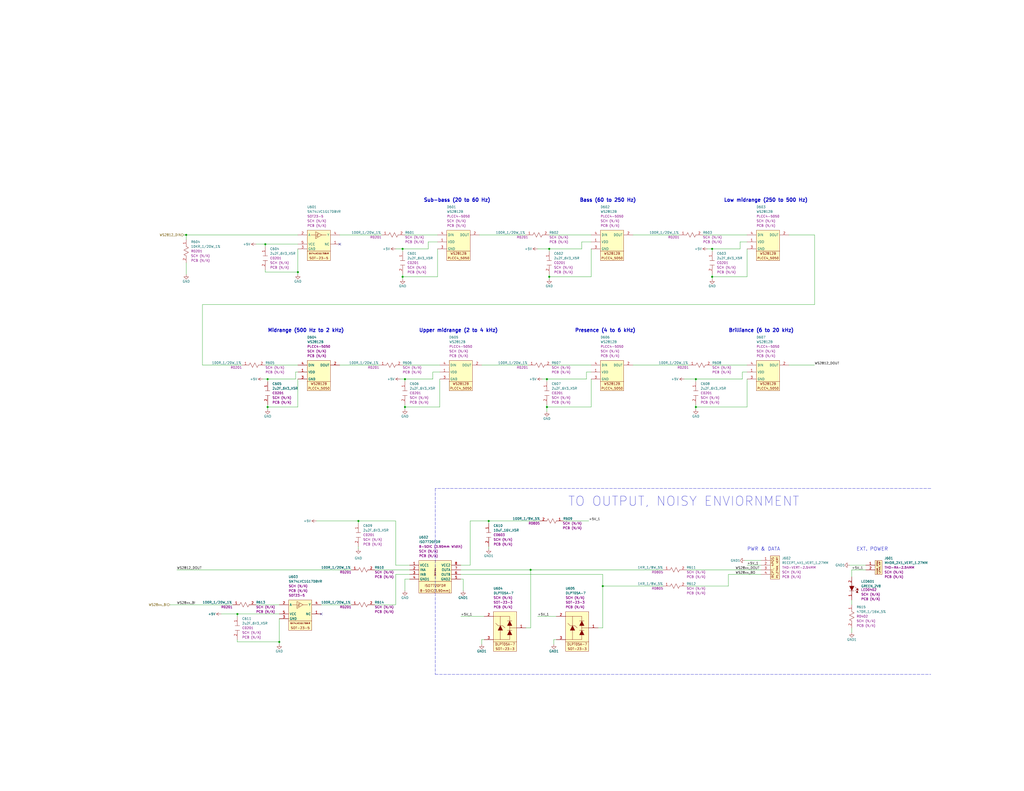
<source format=kicad_sch>
(kicad_sch (version 20230121) (generator eeschema)
  (paper "C")
  (title_block (title "Blender") (date "2023/09/18") (rev "v1.0") (company "Mend0z0") (comment 1 "v1.0") (comment 2 "RELEASED") (comment 3 "Siavash Taher Parvar") (comment 4 "_BOM_Blender_v1.0.html") (comment 5 "_HW_Blender.kicad_pcb") (comment 6 "_GBR_Blender_v1.0") (comment 7 "_ASM_Blender_v1.0") (comment 8 "N/A") (comment 9 "Initial version"))
  (junction (at 220.98 207.01))
  (junction (at 220.98 222.25))
  (junction (at 379.73 222.25))
  (junction (at 144.78 133.35))
  (junction (at 129.54 335.28))
  (junction (at 162.56 148.59))
  (junction (at 298.45 222.25))
  (junction (at 219.71 151.13))
  (junction (at 289.56 311.15))
  (junction (at 101.6 128.27))
  (junction (at 328.93 320.04))
  (junction (at 219.71 135.89))
  (junction (at 379.73 207.01))
  (junction (at 388.62 135.89))
  (junction (at 388.62 151.13))
  (junction (at 152.4 350.52))
  (junction (at 299.72 151.13))
  (junction (at 146.05 222.25))
  (junction (at 299.72 135.89))
  (junction (at 266.7 284.48))
  (junction (at 298.45 207.01))
  (junction (at 195.58 284.48))
  (junction (at 146.05 207.01))
  (no_connect (at 175.26 335.28))
  (no_connect (at 185.42 133.35))
  (wire (pts (xy 262.89 349.25) (xy 264.16 349.25)))
  (wire (pts (xy 463.55 308.61) (xy 472.44 308.61)))
  (wire (pts (xy 293.37 135.89) (xy 299.72 135.89)))
  (wire (pts (xy 302.26 351.79) (xy 302.26 349.25)))
  (wire (pts (xy 129.54 335.28) (xy 152.4 335.28)))
  (wire (pts (xy 373.38 207.01) (xy 379.73 207.01)))
  (wire (pts (xy 403.86 132.08) (xy 407.67 132.08)))
  (wire (pts (xy 162.56 207.01) (xy 162.56 222.25)))
  (wire (pts (xy 266.7 284.48) (xy 256.54 284.48)))
  (wire (pts (xy 172.72 284.48) (xy 195.58 284.48)))
  (wire (pts (xy 161.29 203.2) (xy 162.56 203.2)))
  (wire (pts (xy 388.62 137.16) (xy 388.62 135.89)))
  (wire (pts (xy 240.03 222.25) (xy 220.98 222.25)))
  (wire (pts (xy 374.65 311.15) (xy 415.29 311.15)))
  (wire (pts (xy 144.78 148.59) (xy 162.56 148.59)))
  (wire (pts (xy 320.04 203.2) (xy 322.58 203.2)))
  (wire (pts (xy 256.54 284.48) (xy 256.54 308.61)))
  (wire (pts (xy 219.71 135.89) (xy 233.68 135.89)))
  (wire (pts (xy 317.5 132.08) (xy 317.5 135.89)))
  (wire (pts (xy 220.98 222.25) (xy 220.98 220.98)))
  (wire (pts (xy 240.03 207.01) (xy 240.03 222.25)))
  (wire (pts (xy 326.39 342.9) (xy 328.93 342.9)))
  (wire (pts (xy 161.29 203.2) (xy 161.29 207.01)))
  (wire (pts (xy 383.54 128.27) (xy 407.67 128.27)))
  (wire (pts (xy 295.91 207.01) (xy 298.45 207.01)))
  (wire (pts (xy 204.47 311.15) (xy 223.52 311.15)))
  (wire (pts (xy 144.78 148.59) (xy 144.78 147.32)))
  (wire (pts (xy 110.49 166.37) (xy 110.49 199.39)))
  (wire (pts (xy 405.13 207.01) (xy 379.73 207.01)))
  (wire (pts (xy 298.45 208.28) (xy 298.45 207.01)))
  (wire (pts (xy 322.58 135.89) (xy 322.58 151.13)))
  (wire (pts (xy 289.56 342.9) (xy 289.56 311.15)))
  (wire (pts (xy 464.82 311.15) (xy 472.44 311.15)))
  (wire (pts (xy 92.71 330.2) (xy 127 330.2)))
  (wire (pts (xy 215.9 330.2) (xy 215.9 313.69)))
  (wire (pts (xy 219.71 151.13) (xy 219.71 152.4)))
  (wire (pts (xy 406.4 306.07) (xy 415.29 306.07)))
  (wire (pts (xy 386.08 135.89) (xy 388.62 135.89)))
  (wire (pts (xy 289.56 311.15) (xy 361.95 311.15)))
  (wire (pts (xy 219.71 151.13) (xy 219.71 149.86)))
  (wire (pts (xy 233.68 135.89) (xy 233.68 132.08)))
  (wire (pts (xy 397.51 320.04) (xy 374.65 320.04)))
  (wire (pts (xy 129.54 350.52) (xy 129.54 349.25)))
  (wire (pts (xy 464.82 311.15) (xy 464.82 314.96)))
  (wire (pts (xy 139.7 133.35) (xy 144.78 133.35)))
  (wire (pts (xy 96.52 311.15) (xy 191.77 311.15)))
  (wire (pts (xy 129.54 335.28) (xy 129.54 336.55)))
  (wire (pts (xy 407.67 207.01) (xy 407.67 222.25)))
  (wire (pts (xy 219.71 135.89) (xy 219.71 137.16)))
  (wire (pts (xy 251.46 336.55) (xy 264.16 336.55)))
  (wire (pts (xy 101.6 128.27) (xy 162.56 128.27)))
  (wire (pts (xy 407.67 308.61) (xy 415.29 308.61)))
  (wire (pts (xy 236.22 207.01) (xy 220.98 207.01)))
  (wire (pts (xy 299.72 128.27) (xy 322.58 128.27)))
  (wire (pts (xy 302.26 349.25) (xy 303.53 349.25)))
  (wire (pts (xy 146.05 208.28) (xy 146.05 207.01)))
  (wire (pts (xy 236.22 203.2) (xy 240.03 203.2)))
  (wire (pts (xy 238.76 151.13) (xy 219.71 151.13)))
  (wire (pts (xy 379.73 222.25) (xy 379.73 220.98)))
  (wire (pts (xy 101.6 128.27) (xy 101.6 130.81)))
  (wire (pts (xy 298.45 207.01) (xy 320.04 207.01)))
  (wire (pts (xy 185.42 199.39) (xy 207.01 199.39)))
  (wire (pts (xy 262.89 351.79) (xy 262.89 349.25)))
  (wire (pts (xy 288.29 199.39) (xy 262.89 199.39)))
  (wire (pts (xy 101.6 149.86) (xy 101.6 143.51)))
  (wire (pts (xy 300.99 199.39) (xy 322.58 199.39)))
  (wire (pts (xy 144.78 199.39) (xy 162.56 199.39)))
  (wire (pts (xy 407.67 222.25) (xy 379.73 222.25)))
  (wire (pts (xy 444.5 166.37) (xy 110.49 166.37)))
  (wire (pts (xy 161.29 207.01) (xy 146.05 207.01)))
  (wire (pts (xy 220.98 222.25) (xy 220.98 223.52)))
  (wire (pts (xy 152.4 350.52) (xy 152.4 337.82)))
  (wire (pts (xy 299.72 151.13) (xy 299.72 152.4)))
  (wire (pts (xy 185.42 128.27) (xy 208.28 128.27)))
  (wire (pts (xy 252.73 322.58) (xy 252.73 316.23)))
  (wire (pts (xy 215.9 135.89) (xy 219.71 135.89)))
  (wire (pts (xy 238.76 135.89) (xy 238.76 151.13)))
  (polyline (pts (xy 237.49 266.7) (xy 237.49 368.3)) (stroke (width 0) (type dash)))
  (wire (pts (xy 220.98 128.27) (xy 238.76 128.27)))
  (wire (pts (xy 110.49 199.39) (xy 132.08 199.39)))
  (wire (pts (xy 144.78 133.35) (xy 144.78 134.62)))
  (wire (pts (xy 403.86 135.89) (xy 388.62 135.89)))
  (wire (pts (xy 299.72 151.13) (xy 299.72 149.86)))
  (wire (pts (xy 146.05 222.25) (xy 146.05 220.98)))
  (wire (pts (xy 379.73 208.28) (xy 379.73 207.01)))
  (wire (pts (xy 215.9 308.61) (xy 215.9 284.48)))
  (wire (pts (xy 388.62 151.13) (xy 388.62 149.86)))
  (wire (pts (xy 294.64 284.48) (xy 266.7 284.48)))
  (wire (pts (xy 220.98 316.23) (xy 220.98 322.58)))
  (wire (pts (xy 430.53 128.27) (xy 444.5 128.27)))
  (wire (pts (xy 321.31 284.48) (xy 307.34 284.48)))
  (wire (pts (xy 219.71 199.39) (xy 240.03 199.39)))
  (wire (pts (xy 397.51 320.04) (xy 397.51 313.69)))
  (wire (pts (xy 266.7 299.72) (xy 266.7 298.45)))
  (wire (pts (xy 162.56 222.25) (xy 146.05 222.25)))
  (wire (pts (xy 328.93 320.04) (xy 328.93 313.69)))
  (wire (pts (xy 162.56 148.59) (xy 162.56 149.86)))
  (wire (pts (xy 266.7 284.48) (xy 266.7 285.75)))
  (wire (pts (xy 405.13 203.2) (xy 405.13 207.01)))
  (wire (pts (xy 261.62 128.27) (xy 287.02 128.27)))
  (wire (pts (xy 345.44 199.39) (xy 375.92 199.39)))
  (wire (pts (xy 299.72 137.16) (xy 299.72 135.89)))
  (wire (pts (xy 218.44 207.01) (xy 220.98 207.01)))
  (wire (pts (xy 403.86 132.08) (xy 403.86 135.89)))
  (wire (pts (xy 195.58 284.48) (xy 215.9 284.48)))
  (wire (pts (xy 195.58 284.48) (xy 195.58 285.75)))
  (wire (pts (xy 162.56 148.59) (xy 162.56 135.89)))
  (wire (pts (xy 407.67 151.13) (xy 388.62 151.13)))
  (wire (pts (xy 322.58 151.13) (xy 299.72 151.13)))
  (wire (pts (xy 397.51 313.69) (xy 415.29 313.69)))
  (wire (pts (xy 298.45 220.98) (xy 298.45 222.25)))
  (polyline (pts (xy 508 266.7) (xy 237.49 266.7)) (stroke (width 0) (type dash)))
  (wire (pts (xy 388.62 199.39) (xy 407.67 199.39)))
  (polyline (pts (xy 237.49 368.3) (xy 508 368.3)) (stroke (width 0) (type dash)))
  (wire (pts (xy 444.5 199.39) (xy 430.53 199.39)))
  (wire (pts (xy 100.33 128.27) (xy 101.6 128.27)))
  (wire (pts (xy 251.46 311.15) (xy 289.56 311.15)))
  (wire (pts (xy 322.58 207.01) (xy 322.58 222.25)))
  (wire (pts (xy 204.47 330.2) (xy 215.9 330.2)))
  (wire (pts (xy 220.98 208.28) (xy 220.98 207.01)))
  (wire (pts (xy 379.73 222.25) (xy 379.73 223.52)))
  (wire (pts (xy 298.45 222.25) (xy 298.45 224.79)))
  (wire (pts (xy 195.58 299.72) (xy 195.58 298.45)))
  (wire (pts (xy 464.82 342.9) (xy 464.82 345.44)))
  (wire (pts (xy 236.22 203.2) (xy 236.22 207.01)))
  (wire (pts (xy 317.5 132.08) (xy 322.58 132.08)))
  (wire (pts (xy 129.54 350.52) (xy 152.4 350.52)))
  (wire (pts (xy 139.7 330.2) (xy 152.4 330.2)))
  (wire (pts (xy 328.93 320.04) (xy 361.95 320.04)))
  (wire (pts (xy 405.13 203.2) (xy 407.67 203.2)))
  (wire (pts (xy 120.65 335.28) (xy 129.54 335.28)))
  (wire (pts (xy 328.93 342.9) (xy 328.93 320.04)))
  (wire (pts (xy 320.04 203.2) (xy 320.04 207.01)))
  (wire (pts (xy 215.9 313.69) (xy 223.52 313.69)))
  (wire (pts (xy 152.4 350.52) (xy 152.4 351.79)))
  (wire (pts (xy 143.51 207.01) (xy 146.05 207.01)))
  (wire (pts (xy 464.82 327.66) (xy 464.82 330.2)))
  (wire (pts (xy 223.52 308.61) (xy 215.9 308.61)))
  (wire (pts (xy 444.5 128.27) (xy 444.5 166.37)))
  (wire (pts (xy 345.44 128.27) (xy 370.84 128.27)))
  (wire (pts (xy 287.02 342.9) (xy 289.56 342.9)))
  (wire (pts (xy 220.98 316.23) (xy 223.52 316.23)))
  (wire (pts (xy 252.73 316.23) (xy 251.46 316.23)))
  (wire (pts (xy 407.67 135.89) (xy 407.67 151.13)))
  (wire (pts (xy 388.62 151.13) (xy 388.62 152.4)))
  (wire (pts (xy 146.05 222.25) (xy 146.05 223.52)))
  (wire (pts (xy 144.78 133.35) (xy 162.56 133.35)))
  (wire (pts (xy 293.37 336.55) (xy 303.53 336.55)))
  (wire (pts (xy 256.54 308.61) (xy 251.46 308.61)))
  (wire (pts (xy 298.45 222.25) (xy 322.58 222.25)))
  (wire (pts (xy 233.68 132.08) (xy 238.76 132.08)))
  (wire (pts (xy 251.46 313.69) (xy 328.93 313.69)))
  (wire (pts (xy 317.5 135.89) (xy 299.72 135.89)))
  (wire (pts (xy 175.26 330.2) (xy 191.77 330.2)))
  (text "PWR & DATA" (at 407.67 300.99 0) (effects (font (size 1.905 1.905)) (justify left bottom)))
  (text "Low midrange (250 to 500 Hz)" (at 394.97 110.49 0) (effects (font (size 1.905 1.905) (thickness 0.381) bold) (justify left bottom)))
  (text "Bass (60 to 250 Hz)" (at 316.23 110.49 0) (effects (font (size 1.905 1.905) (thickness 0.381) bold) (justify left bottom)))
  (text "Brilliance (6 to 20 kHz)" (at 397.51 181.61 0) (effects (font (size 1.905 1.905) (thickness 0.381) bold) (justify left bottom)))
  (text "TO OUTPUT, NOISY ENVIORNMENT" (at 309.88 276.86 0) (effects (font (size 5.08 5.08)) (justify left bottom)))
  (text "Presence (4 to 6 kHz)" (at 313.69 181.61 0) (effects (font (size 1.905 1.905) (thickness 0.381) bold) (justify left bottom)))
  (text "EXT. POWER" (at 467.36 300.99 0) (effects (font (size 1.905 1.905)) (justify left bottom)))
  (text "Sub-bass (20 to 60 Hz)" (at 231.14 110.49 0) (effects (font (size 1.905 1.905) (thickness 0.381) bold) (justify left bottom)))
  (text "Midrange (500 Hz to 2 kHz)" (at 146.05 181.61 0) (effects (font (size 1.905 1.905) (thickness 0.381) bold) (justify left bottom)))
  (text "Upper midrange (2 to 4 kHz)" (at 228.6 181.61 0) (effects (font (size 1.905 1.905) (thickness 0.381) bold) (justify left bottom)))
  (label "WS2812_DOUT" (at 444.5 199.39 0))
  (label "+5V_1" (at 251.46 336.55 0))
  (label "WS28xx_BI" (at 96.52 330.2 0))
  (label "WS2812_DOUT" (at 96.52 311.15 0))
  (label "+5V_1" (at 293.37 336.55 0))
  (label "WS28xx_DOUT" (at 401.32 311.15 0))
  (label "+5V_1" (at 464.82 311.15 0))
  (label "WS28xx_BO" (at 401.32 313.69 0))
  (label "+5V_1" (at 407.67 308.61 0))
  (label "+5V_1" (at 321.31 284.48 0))
  (hierarchical_label "WS28xx_BI" (shape input) (at 92.71 330.2 180))
  (hierarchical_label "WS2812_DIN" (shape input) (at 100.33 128.27 180))
  (symbol (lib_id "_SCHLIB_Blender:RES_100R_1/20W_1%_R0201") (at 191.77 330.2 0) (unit 1)
    (property "Reference" "R614" (at 207.01 328.93 0))
    (property "Value" "100R_1/20W_1%" (at 175.26 328.93 0) (effects (justify left)))
    (property "Footprint" "Resistor_SMD:R_0201_0603Metric" (effects hide))
    (property "Datasheet" "https://www.seielect.com/Catalog/SEI-RMCF_RMCP.pdf" (effects hide))
    (property "Description" "100 Ohms ±1% 0.05W, 1/20W Chip Resistor 0201 (0603 Metric) Thick Film" (effects hide))
    (property "Link" "https://www.digikey.ca/en/products/detail/stackpole-electronics-inc/RMCF0201FT100R/1714988" (effects hide))
    (property "SCH CHECK" "SCH (N/A)" (at 204.47 331.47 0) (effects (justify left)))
    (property "Package" "R0201" (at 185.42 331.47 0) (effects (justify left)))
    (property "Part Number (Manufacturer)" "RMCF0201FT100R" (effects hide))
    (property "Manufacturer" "Stackpole Electronics Inc" (effects hide))
    (property "Part Number (Vendor)" "RMCF0201FT100RTR-ND" (effects hide))
    (property "Vendor" "Digikey" (effects hide))
    (property "PCB CHECk" "PCB (N/A)" (at 204.47 334.01 0) (effects (justify left)))
  )
  (symbol (lib_id "_SCHLIB_Blender:CAP_CER_2u2F_6V3_X5R_C0201") (at 195.58 285.75 270) (unit 1)
    (property "Reference" "C609" (at 198.12 287.02 90) (effects (justify left)))
    (property "Value" "2u2F_6V3_X5R" (at 198.12 289.56 90) (effects (justify left)))
    (property "Footprint" "Capacitor_SMD:C_0201_0603Metric" (effects hide))
    (property "Datasheet" "https://ele.kyocera.com/assets/products/capacitor/CM_Series_e.pdf" (effects hide))
    (property "Description" "2.2 µF ±20% 6.3V Ceramic Capacitor X5R 0201 (0603 Metric)" (effects hide))
    (property "Link" "https://www.digikey.ca/en/products/detail/kyocera-avx/CM03X5R225M06AH/10815044" (effects hide))
    (property "SCH CHECK" "SCH (N/A)" (at 198.12 294.64 90) (effects (justify left)))
    (property "Package" "C0201" (at 198.12 292.1 90) (effects (justify left)))
    (property "Part Number (Manufacturer)" "CM03X5R225M06AH" (effects hide))
    (property "Manufacturer" "KYOCERA AVX" (effects hide))
    (property "Part Number (Vendor)" "478-KGM03CR50J225MHTR-ND" (effects hide))
    (property "Vendor" "Digikey" (effects hide))
    (property "PCB CHECk" "PCB (N/A)" (at 198.12 297.18 90) (effects (justify left)))
  )
  (symbol (lib_id "_SCHLIB_Blender:RES_100R_1/20W_1%_R0201") (at 370.84 128.27 0) (unit 1)
    (property "Reference" "R603" (at 386.08 127 0))
    (property "Value" "100R_1/20W_1%" (at 354.33 127 0) (effects (justify left)))
    (property "Footprint" "Resistor_SMD:R_0201_0603Metric" (effects hide))
    (property "Datasheet" "https://www.seielect.com/Catalog/SEI-RMCF_RMCP.pdf" (effects hide))
    (property "Description" "100 Ohms ±1% 0.05W, 1/20W Chip Resistor 0201 (0603 Metric) Thick Film" (effects hide))
    (property "Link" "https://www.digikey.ca/en/products/detail/stackpole-electronics-inc/RMCF0201FT100R/1714988" (effects hide))
    (property "SCH CHECK" "SCH (N/A)" (at 383.54 129.54 0) (effects (justify left)))
    (property "Package" "R0201" (at 364.49 129.54 0) (effects (justify left)))
    (property "Part Number (Manufacturer)" "RMCF0201FT100R" (effects hide))
    (property "Manufacturer" "Stackpole Electronics Inc" (effects hide))
    (property "Part Number (Vendor)" "RMCF0201FT100RTR-ND" (effects hide))
    (property "Vendor" "Digikey" (effects hide))
    (property "PCB CHECk" "PCB (N/A)" (at 383.54 132.08 0) (effects (justify left)))
  )
  (symbol (lib_id "_SCHLIB_Blender:IC_LED_WS2812B_RGB_5V_0.06A_PLCC4-5050") (at 327.66 196.85 0) (unit 1)
    (property "Reference" "D606" (at 330.2 184.15 0))
    (property "Value" "WS2812B" (at 327.66 186.69 0) (effects (justify left)))
    (property "Footprint" "_PCBLIB_Blender:LED_WS2812B_PLCC4_5.0x5.0mm_P3.2mm" (effects hide))
    (property "Datasheet" "http://cdn.sparkfun.com/datasheets/BreakoutBoards/WS2812B.pdf" (effects hide))
    (property "Description" "Addressable Lighting - LED Serial NRZ (Shift Register) Red, Green, Blue (RGB)" (effects hide))
    (property "Link" "https://www.digikey.ca/en/products/detail/sparkfun-electronics/COM-16347/11630204" (effects hide))
    (property "SCH CHECK" "SCH (N/A)" (at 327.66 191.77 0) (effects (justify left)))
    (property "Part Number (Manufacturer)" "COM-16347" (effects hide))
    (property "Manufacturer" "SparkFun Electronics" (effects hide))
    (property "Part Number (Vendor)" "1568-COM-16347TR-ND" (effects hide))
    (property "Vendor" "Digikey" (effects hide))
    (property "Package" "PLCC4-5050" (at 327.66 189.23 0) (effects (justify left)))
    (property "PCB CHECk" "PCB (N/A)" (at 327.66 194.31 0) (effects (justify left)))
  )
  (symbol (lib_id "power:GND") (at 298.45 224.79 0) (unit 1)
    (property "Reference" "#PWR0616" (effects hide))
    (property "Value" "GND" (at 298.45 228.6 0))
  )
  (symbol (lib_id "_SCHLIB_Blender:IC_LED_WS2812B_RGB_5V_0.06A_PLCC4-5050") (at 327.66 125.73 0) (unit 1)
    (property "Reference" "D602" (at 330.2 113.03 0))
    (property "Value" "WS2812B" (at 327.66 115.57 0) (effects (justify left)))
    (property "Footprint" "_PCBLIB_Blender:LED_WS2812B_PLCC4_5.0x5.0mm_P3.2mm" (effects hide))
    (property "Datasheet" "http://cdn.sparkfun.com/datasheets/BreakoutBoards/WS2812B.pdf" (effects hide))
    (property "Description" "Addressable Lighting - LED Serial NRZ (Shift Register) Red, Green, Blue (RGB)" (effects hide))
    (property "Link" "https://www.digikey.ca/en/products/detail/sparkfun-electronics/COM-16347/11630204" (effects hide))
    (property "SCH CHECK" "SCH (N/A)" (at 327.66 120.65 0) (effects (justify left)))
    (property "Part Number (Manufacturer)" "COM-16347" (effects hide))
    (property "Manufacturer" "SparkFun Electronics" (effects hide))
    (property "Part Number (Vendor)" "1568-COM-16347TR-ND" (effects hide))
    (property "Vendor" "Digikey" (effects hide))
    (property "Package" "PLCC4-5050" (at 327.66 118.11 0) (effects (justify left)))
    (property "PCB CHECk" "PCB (N/A)" (at 327.66 123.19 0) (effects (justify left)))
  )
  (symbol (lib_id "_SCHLIB_Blender:IC_BUFFER_SN74LVC1G17DBVR_NON-INV_5.5V_0.032_SOT-23-5") (at 157.48 327.66 0) (unit 1)
    (property "Reference" "U603" (at 160.02 314.96 0))
    (property "Value" "SN74LVC1G17DBVR" (at 157.48 317.5 0) (effects (justify left)))
    (property "Footprint" "Package_TO_SOT_SMD:SOT-23-5" (effects hide))
    (property "Datasheet" "https://www.ti.com/general/docs/suppproductinfo.tsp?distId=10&gotoUrl=https%3A%2F%2Fwww.ti.com%2Flit%2Fgpn%2Fsn74lvc1g17" (effects hide))
    (property "Description" "Buffer, Non-Inverting 1 Element 1 Bit per Element Push-Pull Output SOT-23-5" (effects hide))
    (property "Link" "https://www.digikey.ca/en/products/detail/texas-instruments/SN74LVC1G17DBVR/389051" (effects hide))
    (property "SCH CHECK" "SCH (N/A)" (at 157.48 320.04 0) (effects (justify left)))
    (property "Part Number (Manufacturer)" "SN74LVC1G17DBVR" (effects hide))
    (property "PCB CHECK" "PCB (N/A)" (at 157.48 322.58 0) (effects (justify left)))
    (property "Manufacturer" "Texas Instruments" (effects hide))
    (property "Part Number (Vendor)" "296-11933-2-ND" (effects hide))
    (property "Vendor" "Digikey" (effects hide))
    (property "Package" "SOT23-5" (at 157.48 325.12 0) (effects (justify left)))
  )
  (symbol (lib_id "_SCHLIB_Blender:RES_100R_1/20W_1%_R0201") (at 375.92 199.39 0) (unit 1)
    (property "Reference" "R608" (at 391.16 198.12 0))
    (property "Value" "100R_1/20W_1%" (at 359.41 198.12 0) (effects (justify left)))
    (property "Footprint" "Resistor_SMD:R_0201_0603Metric" (effects hide))
    (property "Datasheet" "https://www.seielect.com/Catalog/SEI-RMCF_RMCP.pdf" (effects hide))
    (property "Description" "100 Ohms ±1% 0.05W, 1/20W Chip Resistor 0201 (0603 Metric) Thick Film" (effects hide))
    (property "Link" "https://www.digikey.ca/en/products/detail/stackpole-electronics-inc/RMCF0201FT100R/1714988" (effects hide))
    (property "SCH CHECK" "SCH (N/A)" (at 388.62 200.66 0) (effects (justify left)))
    (property "Package" "R0201" (at 369.57 200.66 0) (effects (justify left)))
    (property "Part Number (Manufacturer)" "RMCF0201FT100R" (effects hide))
    (property "Manufacturer" "Stackpole Electronics Inc" (effects hide))
    (property "Part Number (Vendor)" "RMCF0201FT100RTR-ND" (effects hide))
    (property "Vendor" "Digikey" (effects hide))
    (property "PCB CHECk" "PCB (N/A)" (at 388.62 203.2 0) (effects (justify left)))
  )
  (symbol (lib_id "_SCHLIB_Blender:CAP_CER_2u2F_6V3_X5R_C0201") (at 146.05 208.28 270) (unit 1)
    (property "Reference" "C605" (at 148.59 209.55 90) (effects (justify left)))
    (property "Value" "2u2F_6V3_X5R" (at 148.59 212.09 90) (effects (justify left)))
    (property "Footprint" "Capacitor_SMD:C_0201_0603Metric" (effects hide))
    (property "Datasheet" "https://ele.kyocera.com/assets/products/capacitor/CM_Series_e.pdf" (effects hide))
    (property "Description" "2.2 µF ±20% 6.3V Ceramic Capacitor X5R 0201 (0603 Metric)" (effects hide))
    (property "Link" "https://www.digikey.ca/en/products/detail/kyocera-avx/CM03X5R225M06AH/10815044" (effects hide))
    (property "SCH CHECK" "SCH (N/A)" (at 148.59 217.17 90) (effects (justify left)))
    (property "Package" "C0201" (at 148.59 214.63 90) (effects (justify left)))
    (property "Part Number (Manufacturer)" "CM03X5R225M06AH" (effects hide))
    (property "Manufacturer" "KYOCERA AVX" (effects hide))
    (property "Part Number (Vendor)" "478-KGM03CR50J225MHTR-ND" (effects hide))
    (property "Vendor" "Digikey" (effects hide))
    (property "PCB CHECk" "PCB (N/A)" (at 148.59 219.71 90) (effects (justify left)))
  )
  (symbol (lib_id "_SCHLIB_Blender:DIODE_LED_GREEN_2.8V_0.02A_529nm_0402") (at 464.82 314.96 270) (unit 1)
    (property "Reference" "LED601" (at 469.9 317.5 90) (effects (justify left)))
    (property "Value" "GREEN_2V8" (at 469.9 320.04 90) (effects (justify left)))
    (property "Footprint" "LED_SMD:LED_0402_1005Metric" (effects hide))
    (property "Datasheet" "https://media.digikey.com/pdf/Data%20Sheets/Harvatek%20PDFs/B2841NG--05D000514U1930.pdf" (effects hide))
    (property "Description" "Green 529nm LED Indication - Discrete 2.8V 0402 (1005 Metric)" (effects hide))
    (property "Link" "https://www.digikey.ca/en/products/detail/harvatek-corporation/B2841NG-05D000514U1930/16729536" (effects hide))
    (property "SCH CHECK" "SCH (N/A)" (at 469.9 324.5485 90) (effects (justify left)))
    (property "Package" "LED0402" (at 469.9 322.0085 90) (effects (justify left)))
    (property "Part Number (Manufacturer)" "B2841NG--05D000514U1930" (effects hide))
    (property "Manufacturer" "Harvatek Corporation" (effects hide))
    (property "Part Number (Vendor)" "3147-B2841NG--05D000514U1930TR-ND" (effects hide))
    (property "Vendor" "Digikey" (effects hide))
    (property "PCB CHECk" "PCB (N/A)" (at 469.9 327.0885 90) (effects (justify left)))
  )
  (symbol (lib_id "_SCHLIB_Blender:RES_100R_1/20W_1%_R0201") (at 132.08 199.39 0) (unit 1)
    (property "Reference" "R605" (at 147.32 198.12 0))
    (property "Value" "100R_1/20W_1%" (at 115.57 198.12 0) (effects (justify left)))
    (property "Footprint" "Resistor_SMD:R_0201_0603Metric" (effects hide))
    (property "Datasheet" "https://www.seielect.com/Catalog/SEI-RMCF_RMCP.pdf" (effects hide))
    (property "Description" "100 Ohms ±1% 0.05W, 1/20W Chip Resistor 0201 (0603 Metric) Thick Film" (effects hide))
    (property "Link" "https://www.digikey.ca/en/products/detail/stackpole-electronics-inc/RMCF0201FT100R/1714988" (effects hide))
    (property "SCH CHECK" "SCH (N/A)" (at 144.78 200.66 0) (effects (justify left)))
    (property "Package" "R0201" (at 125.73 200.66 0) (effects (justify left)))
    (property "Part Number (Manufacturer)" "RMCF0201FT100R" (effects hide))
    (property "Manufacturer" "Stackpole Electronics Inc" (effects hide))
    (property "Part Number (Vendor)" "RMCF0201FT100RTR-ND" (effects hide))
    (property "Vendor" "Digikey" (effects hide))
    (property "PCB CHECk" "PCB (N/A)" (at 144.78 203.2 0) (effects (justify left)))
  )
  (symbol (lib_id "power:+5V") (at 293.37 135.89 90) (unit 1)
    (property "Reference" "#PWR0602" (effects hide))
    (property "Value" "+5V" (at 288.29 135.89 90))
  )
  (symbol (lib_id "_SCHLIB_Blender:RES_470R_1/16W_5%_R0402") (at 464.82 330.2 270) (unit 1)
    (property "Reference" "R615" (at 467.36 331.47 90) (effects (justify left)))
    (property "Value" "470R_1/16W_5%" (at 467.36 334.01 90) (effects (justify left)))
    (property "Footprint" "Resistor_SMD:R_0402_1005Metric" (effects hide))
    (property "Datasheet" "https://www.te.com/usa-en/product-1-2176338-7.datasheet.pdf" (effects hide))
    (property "Description" "470 Ohms ±5% 0.063W, 1/16W Chip Resistor 0402 (1005 Metric) Automotive AEC-Q200, Moisture Resistant Thick Film" (effects hide))
    (property "Link" "https://www.digikey.ca/en/products/detail/te-connectivity-passive-product/CRGCQ0402J470R/8576648" (effects hide))
    (property "SCH CHECK" "SCH (N/A)" (at 467.36 339.09 90) (effects (justify left)))
    (property "Package" "R0402" (at 467.36 336.55 90) (effects (justify left)))
    (property "Part Number (Manufacturer)" "CRGCQ0402J470R" (effects hide))
    (property "Manufacturer" "TE Connectivity Passive Product" (effects hide))
    (property "Part Number (Vendor)" "A130046TR-ND" (effects hide))
    (property "Vendor" "Digikey" (effects hide))
    (property "PCB CHECk" "PCB (N/A)" (at 467.36 341.63 90) (effects (justify left)))
  )
  (symbol (lib_id "_SCHLIB_Blender:RES_100R_1/20W_1%_R0201") (at 127 330.2 0) (unit 1)
    (property "Reference" "R613" (at 142.24 328.93 0))
    (property "Value" "100R_1/20W_1%" (at 110.49 328.93 0) (effects (justify left)))
    (property "Footprint" "Resistor_SMD:R_0201_0603Metric" (effects hide))
    (property "Datasheet" "https://www.seielect.com/Catalog/SEI-RMCF_RMCP.pdf" (effects hide))
    (property "Description" "100 Ohms ±1% 0.05W, 1/20W Chip Resistor 0201 (0603 Metric) Thick Film" (effects hide))
    (property "Link" "https://www.digikey.ca/en/products/detail/stackpole-electronics-inc/RMCF0201FT100R/1714988" (effects hide))
    (property "SCH CHECK" "SCH (N/A)" (at 139.7 331.47 0) (effects (justify left)))
    (property "Package" "R0201" (at 120.65 331.47 0) (effects (justify left)))
    (property "Part Number (Manufacturer)" "RMCF0201FT100R" (effects hide))
    (property "Manufacturer" "Stackpole Electronics Inc" (effects hide))
    (property "Part Number (Vendor)" "RMCF0201FT100RTR-ND" (effects hide))
    (property "Vendor" "Digikey" (effects hide))
    (property "PCB CHECk" "PCB (N/A)" (at 139.7 334.01 0) (effects (justify left)))
  )
  (symbol (lib_id "power:GND") (at 146.05 223.52 0) (unit 1)
    (property "Reference" "#PWR0614" (effects hide))
    (property "Value" "GND" (at 146.05 227.33 0))
  )
  (symbol (lib_id "_SCHLIB_Blender:CAP_CER_2u2F_6V3_X5R_C0201") (at 129.54 336.55 270) (unit 1)
    (property "Reference" "C611" (at 132.08 337.82 90) (effects (justify left)))
    (property "Value" "2u2F_6V3_X5R" (at 132.08 340.36 90) (effects (justify left)))
    (property "Footprint" "Capacitor_SMD:C_0201_0603Metric" (effects hide))
    (property "Datasheet" "https://ele.kyocera.com/assets/products/capacitor/CM_Series_e.pdf" (effects hide))
    (property "Description" "2.2 µF ±20% 6.3V Ceramic Capacitor X5R 0201 (0603 Metric)" (effects hide))
    (property "Link" "https://www.digikey.ca/en/products/detail/kyocera-avx/CM03X5R225M06AH/10815044" (effects hide))
    (property "SCH CHECK" "SCH (N/A)" (at 132.08 345.44 90) (effects (justify left)))
    (property "Package" "C0201" (at 132.08 342.9 90) (effects (justify left)))
    (property "Part Number (Manufacturer)" "CM03X5R225M06AH" (effects hide))
    (property "Manufacturer" "KYOCERA AVX" (effects hide))
    (property "Part Number (Vendor)" "478-KGM03CR50J225MHTR-ND" (effects hide))
    (property "Vendor" "Digikey" (effects hide))
    (property "PCB CHECk" "PCB (N/A)" (at 132.08 347.98 90) (effects (justify left)))
  )
  (symbol (lib_id "power:GND") (at 219.71 152.4 0) (unit 1)
    (property "Reference" "#PWR0605" (effects hide))
    (property "Value" "GND" (at 219.71 156.21 0))
  )
  (symbol (lib_id "power:+5V") (at 215.9 135.89 90) (unit 1)
    (property "Reference" "#PWR0601" (effects hide))
    (property "Value" "+5V" (at 210.82 135.89 90))
  )
  (symbol (lib_id "power:GND") (at 220.98 322.58 0) (unit 1)
    (property "Reference" "#PWR0623" (effects hide))
    (property "Value" "GND" (at 220.98 326.39 0))
    (instances (project "_HW_Blender" (path "" (reference "#PWR0623") (unit 1))) (project "_HW_ToslinkToDMX" (path "" (reference "#PWR0305") (unit 1)) (path "" (reference "#PWR0623") (unit 1))))
  )
  (symbol (lib_id "_SCHLIB_Blender:IC_ISOLATOR_ISO7720FDR_3000Vrms_100Mbps_8-SOIC (0.154{dblquote}, 3.90mm Width)") (at 228.6 306.07 0) (unit 1)
    (property "Reference" "U602" (at 231.14 293.37 0))
    (property "Value" "ISO7720FDR" (at 228.6 295.91 0) (effects (justify left)))
    (property "Footprint" "Package_SO:SOIC-8_3.9x4.9mm_P1.27mm" (effects hide))
    (property "Datasheet" "https://www.ti.com/general/docs/suppproductinfo.tsp?distId=10&gotoUrl=https%3A%2F%2Fwww.ti.com%2Flit%2Fgpn%2Fiso7720" (effects hide))
    (property "Description" "General Purpose Digital Isolator 3000Vrms 2 Channel 100Mbps 85kV/µs CMTI 8-SOIC (0.154\", 3.90mm Width)" (effects hide))
    (property "Link" "https://www.digikey.ca/en/products/detail/texas-instruments/ISO7720FDR/7173735" (effects hide))
    (property "SCH CHECK" "SCH (N/A)" (at 228.6 300.99 0) (effects (justify left)))
    (property "Part Number (Manufacturer)" "ISO7720FDR" (effects hide))
    (property "Package" "8-SOIC (3.90mm Width)" (at 228.6 298.45 0) (effects (justify left)))
    (property "Manufacturer" "Texas Instruments" (effects hide))
    (property "Part Number (Vendor)" "296-51198-2-ND" (effects hide))
    (property "Vendor" "Digikey" (effects hide))
    (property "PCB CHECk" "PCB (N/A)" (at 228.6 303.53 0) (effects (justify left)))
  )
  (symbol (lib_id "power:+5V") (at 386.08 135.89 90) (unit 1)
    (property "Reference" "#PWR0603" (effects hide))
    (property "Value" "+5V" (at 381 135.89 90))
  )
  (symbol (lib_id "_SCHLIB_Blender:CAP_CER_2u2F_6V3_X5R_C0201") (at 219.71 137.16 270) (unit 1)
    (property "Reference" "C601" (at 222.25 138.43 90) (effects (justify left)))
    (property "Value" "2u2F_6V3_X5R" (at 222.25 140.97 90) (effects (justify left)))
    (property "Footprint" "Capacitor_SMD:C_0201_0603Metric" (effects hide))
    (property "Datasheet" "https://ele.kyocera.com/assets/products/capacitor/CM_Series_e.pdf" (effects hide))
    (property "Description" "2.2 µF ±20% 6.3V Ceramic Capacitor X5R 0201 (0603 Metric)" (effects hide))
    (property "Link" "https://www.digikey.ca/en/products/detail/kyocera-avx/CM03X5R225M06AH/10815044" (effects hide))
    (property "SCH CHECK" "SCH (N/A)" (at 222.25 146.05 90) (effects (justify left)))
    (property "Package" "C0201" (at 222.25 143.51 90) (effects (justify left)))
    (property "Part Number (Manufacturer)" "CM03X5R225M06AH" (effects hide))
    (property "Manufacturer" "KYOCERA AVX" (effects hide))
    (property "Part Number (Vendor)" "478-KGM03CR50J225MHTR-ND" (effects hide))
    (property "Vendor" "Digikey" (effects hide))
    (property "PCB CHECk" "PCB (N/A)" (at 222.25 148.59 90) (effects (justify left)))
  )
  (symbol (lib_id "power:+5V") (at 295.91 207.01 90) (unit 1)
    (property "Reference" "#PWR0612" (effects hide))
    (property "Value" "+5V" (at 290.83 207.01 90))
  )
  (symbol (lib_id "_SCHLIB_Blender:RES_1KR_1/8W_5%_R0805") (at 361.95 320.04 0) (unit 1)
    (property "Reference" "R612" (at 377.19 318.77 0))
    (property "Value" "1KR_1/8W_5%" (at 347.98 318.77 0) (effects (justify left)))
    (property "Footprint" "Resistor_SMD:R_0805_2012Metric" (effects hide))
    (property "Datasheet" "https://www.te.com/usa-en/product-1-2176342-9.datasheet.pdf" (effects hide))
    (property "Description" "1 kOhms ±5% 0.125W, 1/8W Chip Resistor 0805 (2012 Metric) Automotive AEC-Q200, Moisture Resistant Thick Film" (effects hide))
    (property "Link" "https://www.digikey.ca/en/products/detail/te-connectivity-passive-product/CRGCQ0805J1K0/8576736" (effects hide))
    (property "SCH CHECK" "SCH (N/A)" (at 374.65 321.31 0) (effects (justify left)))
    (property "Package" "R0805" (at 355.6 321.31 0) (effects (justify left)))
    (property "Part Number (Manufacturer)" "CRGCQ0805J1K0" (effects hide))
    (property "Manufacturer" "TE Connectivity Passive Product" (effects hide))
    (property "Part Number (Vendor)" "A130134TR-ND" (effects hide))
    (property "Vendor" "Digikey" (effects hide))
    (property "PCB CHECk" "PCB (N/A)" (at 374.65 323.85 0) (effects (justify left)))
  )
  (symbol (lib_id "_SCHLIB_Blender:CAP_CER_2u2F_6V3_X5R_C0201") (at 144.78 134.62 270) (unit 1)
    (property "Reference" "C604" (at 147.32 135.89 90) (effects (justify left)))
    (property "Value" "2u2F_6V3_X5R" (at 147.32 138.43 90) (effects (justify left)))
    (property "Footprint" "Capacitor_SMD:C_0201_0603Metric" (effects hide))
    (property "Datasheet" "https://ele.kyocera.com/assets/products/capacitor/CM_Series_e.pdf" (effects hide))
    (property "Description" "2.2 µF ±20% 6.3V Ceramic Capacitor X5R 0201 (0603 Metric)" (effects hide))
    (property "Link" "https://www.digikey.ca/en/products/detail/kyocera-avx/CM03X5R225M06AH/10815044" (effects hide))
    (property "SCH CHECK" "SCH (N/A)" (at 147.32 143.51 90) (effects (justify left)))
    (property "Package" "C0201" (at 147.32 140.97 90) (effects (justify left)))
    (property "Part Number (Manufacturer)" "CM03X5R225M06AH" (effects hide))
    (property "Manufacturer" "KYOCERA AVX" (effects hide))
    (property "Part Number (Vendor)" "478-KGM03CR50J225MHTR-ND" (effects hide))
    (property "Vendor" "Digikey" (effects hide))
    (property "PCB CHECk" "PCB (N/A)" (at 147.32 146.05 90) (effects (justify left)))
  )
  (symbol (lib_id "_SCHLIB_Blender:RES_100R_1/20W_1%_R0201") (at 288.29 199.39 0) (unit 1)
    (property "Reference" "R607" (at 303.53 198.12 0))
    (property "Value" "100R_1/20W_1%" (at 271.78 198.12 0) (effects (justify left)))
    (property "Footprint" "Resistor_SMD:R_0201_0603Metric" (effects hide))
    (property "Datasheet" "https://www.seielect.com/Catalog/SEI-RMCF_RMCP.pdf" (effects hide))
    (property "Description" "100 Ohms ±1% 0.05W, 1/20W Chip Resistor 0201 (0603 Metric) Thick Film" (effects hide))
    (property "Link" "https://www.digikey.ca/en/products/detail/stackpole-electronics-inc/RMCF0201FT100R/1714988" (effects hide))
    (property "SCH CHECK" "SCH (N/A)" (at 300.99 200.66 0) (effects (justify left)))
    (property "Package" "R0201" (at 281.94 200.66 0) (effects (justify left)))
    (property "Part Number (Manufacturer)" "RMCF0201FT100R" (effects hide))
    (property "Manufacturer" "Stackpole Electronics Inc" (effects hide))
    (property "Part Number (Vendor)" "RMCF0201FT100RTR-ND" (effects hide))
    (property "Vendor" "Digikey" (effects hide))
    (property "PCB CHECk" "PCB (N/A)" (at 300.99 203.2 0) (effects (justify left)))
  )
  (symbol (lib_id "power:GND") (at 220.98 223.52 0) (unit 1)
    (property "Reference" "#PWR0615" (effects hide))
    (property "Value" "GND" (at 220.98 227.33 0))
  )
  (symbol (lib_id "_SCHLIB_Blender:RES_10KR_1/20W_1%_R0201") (at 101.6 130.81 270) (unit 1)
    (property "Reference" "R604" (at 104.14 132.08 90) (effects (justify left)))
    (property "Value" "10KR_1/20W_1%" (at 104.14 134.62 90) (effects (justify left)))
    (property "Footprint" "Resistor_SMD:R_0201_0603Metric" (effects hide))
    (property "Datasheet" "https://www.seielect.com/Catalog/SEI-RMCF_RMCP.pdf" (effects hide))
    (property "Description" "10 kOhms ±1% 0.05W, 1/20W Chip Resistor 0201 (0603 Metric) Thick Film" (effects hide))
    (property "Link" "https://www.digikey.ca/en/products/detail/stackpole-electronics-inc/RMCF0201FT10K0/1714990" (effects hide))
    (property "SCH CHECK" "SCH (N/A)" (at 104.14 139.7 90) (effects (justify left)))
    (property "Package" "R0201" (at 104.14 137.16 90) (effects (justify left)))
    (property "Part Number (Manufacturer)" "RMCF0201FT10K0" (effects hide))
    (property "Manufacturer" "Stackpole Electronics Inc" (effects hide))
    (property "Part Number (Vendor)" "RMCF0201FT10K0TR-ND" (effects hide))
    (property "Vendor" "Digikey" (effects hide))
    (property "PCB CHECk" "PCB (N/A)" (at 104.14 142.24 90) (effects (justify left)))
  )
  (symbol (lib_id "_SCHLIB_Blender:RES_100R_1/8W_5%_R0805") (at 307.34 284.48 180) (unit 1)
    (property "Reference" "R609" (at 309.88 283.21 0))
    (property "Value" "100R_1/8W_5%" (at 294.64 283.21 0) (effects (justify left)))
    (property "Footprint" "Resistor_SMD:R_0805_2012Metric" (effects hide))
    (property "Datasheet" "https://www.te.com/usa-en/product-1-2176342-3.datasheet.pdf" (effects hide))
    (property "Description" "100 Ohms ±5% 0.125W, 1/8W Chip Resistor 0805 (2012 Metric) Automotive AEC-Q200, Moisture Resistant Thick Film" (effects hide))
    (property "Link" "https://www.digikey.ca/en/products/detail/te-connectivity-passive-product/CRGCQ0805J100R/8576730" (effects hide))
    (property "SCH CHECK" "SCH (N/A)" (at 317.5 285.75 0) (effects (justify left)))
    (property "Package" "R0805" (at 294.64 285.75 0) (effects (justify left)))
    (property "Part Number (Manufacturer)" "CRGCQ0805J100R" (effects hide))
    (property "Manufacturer" "TE Connectivity Passive Product" (effects hide))
    (property "Part Number (Vendor)" "A130128TR-ND" (effects hide))
    (property "Vendor" "Digikey" (effects hide))
    (property "PCB CHECk" "PCB (N/A)" (at 317.5 288.29 0) (effects (justify left)))
  )
  (symbol (lib_id "_SCHLIB_Blender:CAP_CER_2u2F_6V3_X5R_C0201") (at 220.98 208.28 270) (unit 1)
    (property "Reference" "C606" (at 223.52 209.55 90) (effects (justify left)))
    (property "Value" "2u2F_6V3_X5R" (at 223.52 212.09 90) (effects (justify left)))
    (property "Footprint" "Capacitor_SMD:C_0201_0603Metric" (effects hide))
    (property "Datasheet" "https://ele.kyocera.com/assets/products/capacitor/CM_Series_e.pdf" (effects hide))
    (property "Description" "2.2 µF ±20% 6.3V Ceramic Capacitor X5R 0201 (0603 Metric)" (effects hide))
    (property "Link" "https://www.digikey.ca/en/products/detail/kyocera-avx/CM03X5R225M06AH/10815044" (effects hide))
    (property "SCH CHECK" "SCH (N/A)" (at 223.52 217.17 90) (effects (justify left)))
    (property "Package" "C0201" (at 223.52 214.63 90) (effects (justify left)))
    (property "Part Number (Manufacturer)" "CM03X5R225M06AH" (effects hide))
    (property "Manufacturer" "KYOCERA AVX" (effects hide))
    (property "Part Number (Vendor)" "478-KGM03CR50J225MHTR-ND" (effects hide))
    (property "Vendor" "Digikey" (effects hide))
    (property "PCB CHECk" "PCB (N/A)" (at 223.52 219.71 90) (effects (justify left)))
  )
  (symbol (lib_id "_SCHLIB_Blender:IC_LED_WS2812B_RGB_5V_0.06A_PLCC4-5050") (at 412.75 196.85 0) (unit 1)
    (property "Reference" "D607" (at 415.29 184.15 0))
    (property "Value" "WS2812B" (at 412.75 186.69 0) (effects (justify left)))
    (property "Footprint" "_PCBLIB_Blender:LED_WS2812B_PLCC4_5.0x5.0mm_P3.2mm" (effects hide))
    (property "Datasheet" "http://cdn.sparkfun.com/datasheets/BreakoutBoards/WS2812B.pdf" (effects hide))
    (property "Description" "Addressable Lighting - LED Serial NRZ (Shift Register) Red, Green, Blue (RGB)" (effects hide))
    (property "Link" "https://www.digikey.ca/en/products/detail/sparkfun-electronics/COM-16347/11630204" (effects hide))
    (property "SCH CHECK" "SCH (N/A)" (at 412.75 191.77 0) (effects (justify left)))
    (property "Part Number (Manufacturer)" "COM-16347" (effects hide))
    (property "Manufacturer" "SparkFun Electronics" (effects hide))
    (property "Part Number (Vendor)" "1568-COM-16347TR-ND" (effects hide))
    (property "Vendor" "Digikey" (effects hide))
    (property "Package" "PLCC4-5050" (at 412.75 189.23 0) (effects (justify left)))
    (property "PCB CHECk" "PCB (N/A)" (at 412.75 194.31 0) (effects (justify left)))
  )
  (symbol (lib_id "power:GND") (at 388.62 152.4 0) (unit 1)
    (property "Reference" "#PWR0607" (effects hide))
    (property "Value" "GND" (at 388.62 156.21 0))
  )
  (symbol (lib_id "power:GND") (at 379.73 223.52 0) (unit 1)
    (property "Reference" "#PWR0617" (effects hide))
    (property "Value" "GND" (at 379.73 227.33 0))
  )
  (symbol (lib_id "power:+5V") (at 172.72 284.48 90) (unit 1)
    (property "Reference" "#PWR0618" (effects hide))
    (property "Value" "+5V" (at 167.64 284.48 90))
    (instances (project "_HW_Blender" (path "" (reference "#PWR0618") (unit 1))) (project "_HW_ToslinkToDMX" (path "" (reference "#PWR0304") (unit 1)) (path "" (reference "#PWR0618") (unit 1))))
  )
  (symbol (lib_id "power:GND1") (at 302.26 351.79 0) (unit 1)
    (property "Reference" "#PWR0628" (effects hide))
    (property "Value" "GND1" (at 302.26 355.6 0))
  )
  (symbol (lib_id "_SCHLIB_Blender:IC_LED_WS2812B_RGB_5V_0.06A_PLCC4-5050") (at 245.11 196.85 0) (unit 1)
    (property "Reference" "D605" (at 247.65 184.15 0))
    (property "Value" "WS2812B" (at 245.11 186.69 0) (effects (justify left)))
    (property "Footprint" "_PCBLIB_Blender:LED_WS2812B_PLCC4_5.0x5.0mm_P3.2mm" (effects hide))
    (property "Datasheet" "http://cdn.sparkfun.com/datasheets/BreakoutBoards/WS2812B.pdf" (effects hide))
    (property "Description" "Addressable Lighting - LED Serial NRZ (Shift Register) Red, Green, Blue (RGB)" (effects hide))
    (property "Link" "https://www.digikey.ca/en/products/detail/sparkfun-electronics/COM-16347/11630204" (effects hide))
    (property "SCH CHECK" "SCH (N/A)" (at 245.11 191.77 0) (effects (justify left)))
    (property "Part Number (Manufacturer)" "COM-16347" (effects hide))
    (property "Manufacturer" "SparkFun Electronics" (effects hide))
    (property "Part Number (Vendor)" "1568-COM-16347TR-ND" (effects hide))
    (property "Vendor" "Digikey" (effects hide))
    (property "Package" "PLCC4-5050" (at 245.11 189.23 0) (effects (justify left)))
    (property "PCB CHECk" "PCB (N/A)" (at 245.11 194.31 0) (effects (justify left)))
  )
  (symbol (lib_id "_SCHLIB_Blender:IC_LED_WS2812B_RGB_5V_0.06A_PLCC4-5050") (at 243.84 125.73 0) (unit 1)
    (property "Reference" "D601" (at 246.38 113.03 0))
    (property "Value" "WS2812B" (at 243.84 115.57 0) (effects (justify left)))
    (property "Footprint" "_PCBLIB_Blender:LED_WS2812B_PLCC4_5.0x5.0mm_P3.2mm" (effects hide))
    (property "Datasheet" "http://cdn.sparkfun.com/datasheets/BreakoutBoards/WS2812B.pdf" (effects hide))
    (property "Description" "Addressable Lighting - LED Serial NRZ (Shift Register) Red, Green, Blue (RGB)" (effects hide))
    (property "Link" "https://www.digikey.ca/en/products/detail/sparkfun-electronics/COM-16347/11630204" (effects hide))
    (property "SCH CHECK" "SCH (N/A)" (at 243.84 120.65 0) (effects (justify left)))
    (property "Part Number (Manufacturer)" "COM-16347" (effects hide))
    (property "Manufacturer" "SparkFun Electronics" (effects hide))
    (property "Part Number (Vendor)" "1568-COM-16347TR-ND" (effects hide))
    (property "Vendor" "Digikey" (effects hide))
    (property "Package" "PLCC4-5050" (at 243.84 118.11 0) (effects (justify left)))
    (property "PCB CHECk" "PCB (N/A)" (at 243.84 123.19 0) (effects (justify left)))
  )
  (symbol (lib_id "power:GND") (at 299.72 152.4 0) (unit 1)
    (property "Reference" "#PWR0606" (effects hide))
    (property "Value" "GND" (at 299.72 156.21 0))
  )
  (symbol (lib_id "power:GND") (at 195.58 299.72 0) (unit 1)
    (property "Reference" "#PWR0620" (effects hide))
    (property "Value" "GND" (at 195.58 304.8 0))
    (instances (project "_HW_Blender" (path "" (reference "#PWR0620") (unit 1))) (project "_HW_ToslinkToDMX" (path "" (reference "#PWR0305") (unit 1)) (path "" (reference "#PWR0620") (unit 1))))
  )
  (symbol (lib_id "_SCHLIB_Blender:CAP_CER_2u2F_6V3_X5R_C0201") (at 299.72 137.16 270) (unit 1)
    (property "Reference" "C602" (at 302.26 138.43 90) (effects (justify left)))
    (property "Value" "2u2F_6V3_X5R" (at 302.26 140.97 90) (effects (justify left)))
    (property "Footprint" "Capacitor_SMD:C_0201_0603Metric" (effects hide))
    (property "Datasheet" "https://ele.kyocera.com/assets/products/capacitor/CM_Series_e.pdf" (effects hide))
    (property "Description" "2.2 µF ±20% 6.3V Ceramic Capacitor X5R 0201 (0603 Metric)" (effects hide))
    (property "Link" "https://www.digikey.ca/en/products/detail/kyocera-avx/CM03X5R225M06AH/10815044" (effects hide))
    (property "SCH CHECK" "SCH (N/A)" (at 302.26 146.05 90) (effects (justify left)))
    (property "Package" "C0201" (at 302.26 143.51 90) (effects (justify left)))
    (property "Part Number (Manufacturer)" "CM03X5R225M06AH" (effects hide))
    (property "Manufacturer" "KYOCERA AVX" (effects hide))
    (property "Part Number (Vendor)" "478-KGM03CR50J225MHTR-ND" (effects hide))
    (property "Vendor" "Digikey" (effects hide))
    (property "PCB CHECk" "PCB (N/A)" (at 302.26 148.59 90) (effects (justify left)))
  )
  (symbol (lib_id "power:+5V") (at 373.38 207.01 90) (unit 1)
    (property "Reference" "#PWR0613" (effects hide))
    (property "Value" "+5V" (at 368.3 207.01 90))
  )
  (symbol (lib_id "power:+5V") (at 218.44 207.01 90) (unit 1)
    (property "Reference" "#PWR0611" (effects hide))
    (property "Value" "+5V" (at 213.36 207.01 90))
  )
  (symbol (lib_id "_SCHLIB_Blender:RES_100R_1/20W_1%_R0201") (at 191.77 311.15 0) (unit 1)
    (property "Reference" "R610" (at 207.01 309.88 0))
    (property "Value" "100R_1/20W_1%" (at 175.26 309.88 0) (effects (justify left)))
    (property "Footprint" "Resistor_SMD:R_0201_0603Metric" (effects hide))
    (property "Datasheet" "https://www.seielect.com/Catalog/SEI-RMCF_RMCP.pdf" (effects hide))
    (property "Description" "100 Ohms ±1% 0.05W, 1/20W Chip Resistor 0201 (0603 Metric) Thick Film" (effects hide))
    (property "Link" "https://www.digikey.ca/en/products/detail/stackpole-electronics-inc/RMCF0201FT100R/1714988" (effects hide))
    (property "SCH CHECK" "SCH (N/A)" (at 204.47 312.42 0) (effects (justify left)))
    (property "Package" "R0201" (at 185.42 312.42 0) (effects (justify left)))
    (property "Part Number (Manufacturer)" "RMCF0201FT100R" (effects hide))
    (property "Manufacturer" "Stackpole Electronics Inc" (effects hide))
    (property "Part Number (Vendor)" "RMCF0201FT100RTR-ND" (effects hide))
    (property "Vendor" "Digikey" (effects hide))
    (property "PCB CHECk" "PCB (N/A)" (at 204.47 314.96 0) (effects (justify left)))
  )
  (symbol (lib_id "power:GND") (at 162.56 149.86 0) (unit 1)
    (property "Reference" "#PWR0609" (effects hide))
    (property "Value" "GND" (at 162.56 153.67 0))
    (instances (project "_HW_Blender" (path "" (reference "#PWR0609") (unit 1))) (project "_HW_ToslinkToDMX" (path "" (reference "#PWR0305") (unit 1)) (path "" (reference "#PWR0609") (unit 1))))
  )
  (symbol (lib_id "power:+5V") (at 143.51 207.01 90) (unit 1)
    (property "Reference" "#PWR0610" (effects hide))
    (property "Value" "+5V" (at 138.43 207.01 90))
  )
  (symbol (lib_id "_SCHLIB_Blender:RES_1KR_1/8W_5%_R0805") (at 361.95 311.15 0) (unit 1)
    (property "Reference" "R611" (at 377.19 309.88 0))
    (property "Value" "1KR_1/8W_5%" (at 347.98 309.88 0) (effects (justify left)))
    (property "Footprint" "Resistor_SMD:R_0805_2012Metric" (effects hide))
    (property "Datasheet" "https://www.te.com/usa-en/product-1-2176342-9.datasheet.pdf" (effects hide))
    (property "Description" "1 kOhms ±5% 0.125W, 1/8W Chip Resistor 0805 (2012 Metric) Automotive AEC-Q200, Moisture Resistant Thick Film" (effects hide))
    (property "Link" "https://www.digikey.ca/en/products/detail/te-connectivity-passive-product/CRGCQ0805J1K0/8576736" (effects hide))
    (property "SCH CHECK" "SCH (N/A)" (at 374.65 312.42 0) (effects (justify left)))
    (property "Package" "R0805" (at 355.6 312.42 0) (effects (justify left)))
    (property "Part Number (Manufacturer)" "CRGCQ0805J1K0" (effects hide))
    (property "Manufacturer" "TE Connectivity Passive Product" (effects hide))
    (property "Part Number (Vendor)" "A130134TR-ND" (effects hide))
    (property "Vendor" "Digikey" (effects hide))
    (property "PCB CHECk" "PCB (N/A)" (at 374.65 314.96 0) (effects (justify left)))
  )
  (symbol (lib_id "_SCHLIB_Blender:CONN_RECEPT_4POS_1ROW_VERT_1.27MM") (at 415.29 303.53 0) (unit 1)
    (property "Reference" "J602" (at 426.72 304.8 0) (effects (justify left)))
    (property "Value" "RECEPT_4X1_VERT_1.27MM" (at 426.72 307.34 0) (effects (justify left)))
    (property "Footprint" "Connector_PinHeader_1.27mm:PinHeader_1x04_P1.27mm_Vertical" (effects hide))
    (property "Datasheet" "https://gct.co/files/specs/1.27mm-socket-spec.pdf" (effects hide))
    (property "Description" "4 Position Receptacle Connector 0.050\" (1.27mm) Through Hole Gold" (effects hide))
    (property "Link" "https://www.digikey.ca/en/products/detail/gct/BD080-04-A-0230-L-D/13901357" (effects hide))
    (property "SCH CHECK" "SCH (N/A)" (at 426.72 312.42 0) (effects (justify left)))
    (property "Part Number (Manufacturer)" "BD080-04-A-0230-L-D" (effects hide))
    (property "Package" "THD-VERT-2.54MM" (at 426.72 309.88 0) (effects (justify left)))
    (property "Manufacturer" "GCT" (effects hide))
    (property "Part Number (Vendor)" "2073-BD080-04-A-0230-L-D-ND" (effects hide))
    (property "Vendor" "Digikey" (effects hide))
    (property "PCB CHECk" "PCB (N/A)" (at 426.72 314.96 0) (effects (justify left)))
  )
  (symbol (lib_id "_SCHLIB_Blender:CAP_CER_10uF_16V_X5R_C0603") (at 266.7 285.75 270) (unit 1)
    (property "Reference" "C610" (at 269.24 287.02 90) (effects (justify left)))
    (property "Value" "10uF_16V_X5R" (at 269.24 289.56 90) (effects (justify left)))
    (property "Footprint" "Capacitor_SMD:C_0603_1608Metric" (effects hide))
    (property "Datasheet" "https://search.murata.co.jp/Ceramy/image/img/A01X/G101/ENG/GRT188R61C106KE13-01.pdf" (effects hide))
    (property "Description" "10 µF ±10% 16V Ceramic Capacitor X5R 0603 (1608 Metric)" (effects hide))
    (property "Link" "https://www.digikey.ca/en/products/detail/murata-electronics/GRT188R61C106KE13J/13904802" (effects hide))
    (property "SCH CHECK" "SCH (N/A)" (at 269.24 294.64 90) (effects (justify left)))
    (property "Package" "C0603" (at 269.24 292.1 90) (effects (justify left)))
    (property "Part Number (Manufacturer)" "GRT188R61C106KE13J" (effects hide))
    (property "Manufacturer" "Murata Electronics" (effects hide))
    (property "Part Number (Vendor)" "490-GRT188R61C106KE13JTR-ND" (effects hide))
    (property "Vendor" "Digikey" (effects hide))
    (property "PCB CHECk" "PCB (N/A)" (at 269.24 297.18 90) (effects (justify left)))
  )
  (symbol (lib_id "power:GND1") (at 262.89 351.79 0) (unit 1)
    (property "Reference" "#PWR0627" (effects hide))
    (property "Value" "GND1" (at 262.89 355.6 0))
  )
  (symbol (lib_id "power:+5V") (at 120.65 335.28 90) (unit 1)
    (property "Reference" "#PWR0625" (effects hide))
    (property "Value" "+5V" (at 115.57 335.28 90))
    (instances (project "_HW_Blender" (path "" (reference "#PWR0625") (unit 1))) (project "_HW_ToslinkToDMX" (path "" (reference "#PWR0304") (unit 1)) (path "" (reference "#PWR0625") (unit 1))))
  )
  (symbol (lib_id "_SCHLIB_Blender:DIODE_TVS_DLPT05A-7_5V_6V_17A(8/20us)_SOT_23-3") (at 269.24 334.01 0) (unit 1)
    (property "Reference" "U604" (at 271.78 321.31 0))
    (property "Value" "DLPT05A-7" (at 269.24 323.85 0) (effects (justify left)))
    (property "Footprint" "Package_TO_SOT_SMD:SOT-23" (effects hide))
    (property "Datasheet" "https://mm.digikey.com/Volume0/opasdata/d220001/medias/docus/4176/DLPT05A_Rev2-2_Nov2022.pdf" (effects hide))
    (property "Description" "9.8V Clamp 17A (8/20µs) Ipp Tvs Diode Surface Mount SOT-23-3" (effects hide))
    (property "Link" "https://www.digikey.ca/en/products/detail/diodes-incorporated/DLPT05A-7/17050612" (effects hide))
    (property "SCH CHECK" "SCH (N/A)" (at 269.24 326.39 0) (effects (justify left)))
    (property "Part Number (Manufacturer)" "DLPT05A-7" (effects hide))
    (property "Package" "SOT-23-3" (at 269.24 328.93 0) (effects (justify left)))
    (property "Manufacturer" "Diodes Incorporated" (effects hide))
    (property "Part Number (Vendor)" "31-DLPT05A-7TR-ND" (effects hide))
    (property "Vendor" "Digikey" (effects hide))
    (property "PCB CHECk" "PCB (N/A)" (at 269.24 331.47 0) (effects (justify left)))
  )
  (symbol (lib_id "power:GND") (at 152.4 351.79 0) (unit 1)
    (property "Reference" "#PWR0626" (effects hide))
    (property "Value" "GND" (at 152.4 355.6 0))
    (instances (project "_HW_Blender" (path "" (reference "#PWR0626") (unit 1))) (project "_HW_ToslinkToDMX" (path "" (reference "#PWR0305") (unit 1)) (path "" (reference "#PWR0626") (unit 1))))
  )
  (symbol (lib_id "power:GND") (at 101.6 149.86 0) (unit 1)
    (property "Reference" "#PWR0608" (effects hide))
    (property "Value" "GND" (at 101.6 153.67 0))
    (instances (project "_HW_Blender" (path "" (reference "#PWR0608") (unit 1))) (project "_HW_ToslinkToDMX" (path "" (reference "#PWR0305") (unit 1)) (path "" (reference "#PWR0608") (unit 1))))
  )
  (symbol (lib_id "power:+5V") (at 139.7 133.35 90) (unit 1)
    (property "Reference" "#PWR0604" (effects hide))
    (property "Value" "+5V" (at 134.62 133.35 90))
    (instances (project "_HW_Blender" (path "" (reference "#PWR0604") (unit 1))) (project "_HW_ToslinkToDMX" (path "" (reference "#PWR0304") (unit 1)) (path "" (reference "#PWR0604") (unit 1))))
  )
  (symbol (lib_id "power:GND1") (at 464.82 345.44 0) (unit 1)
    (property "Reference" "#PWR0629" (effects hide))
    (property "Value" "GND1" (at 464.82 349.25 0))
  )
  (symbol (lib_id "_SCHLIB_Blender:IC_LED_WS2812B_RGB_5V_0.06A_PLCC4-5050") (at 412.75 125.73 0) (unit 1)
    (property "Reference" "D603" (at 415.29 113.03 0))
    (property "Value" "WS2812B" (at 412.75 115.57 0) (effects (justify left)))
    (property "Footprint" "_PCBLIB_Blender:LED_WS2812B_PLCC4_5.0x5.0mm_P3.2mm" (effects hide))
    (property "Datasheet" "http://cdn.sparkfun.com/datasheets/BreakoutBoards/WS2812B.pdf" (effects hide))
    (property "Description" "Addressable Lighting - LED Serial NRZ (Shift Register) Red, Green, Blue (RGB)" (effects hide))
    (property "Link" "https://www.digikey.ca/en/products/detail/sparkfun-electronics/COM-16347/11630204" (effects hide))
    (property "SCH CHECK" "SCH (N/A)" (at 412.75 120.65 0) (effects (justify left)))
    (property "Part Number (Manufacturer)" "COM-16347" (effects hide))
    (property "Manufacturer" "SparkFun Electronics" (effects hide))
    (property "Part Number (Vendor)" "1568-COM-16347TR-ND" (effects hide))
    (property "Vendor" "Digikey" (effects hide))
    (property "Package" "PLCC4-5050" (at 412.75 118.11 0) (effects (justify left)))
    (property "PCB CHECk" "PCB (N/A)" (at 412.75 123.19 0) (effects (justify left)))
  )
  (symbol (lib_id "_SCHLIB_Blender:CAP_CER_2u2F_6V3_X5R_C0201") (at 388.62 137.16 270) (unit 1)
    (property "Reference" "C603" (at 391.16 138.43 90) (effects (justify left)))
    (property "Value" "2u2F_6V3_X5R" (at 391.16 140.97 90) (effects (justify left)))
    (property "Footprint" "Capacitor_SMD:C_0201_0603Metric" (effects hide))
    (property "Datasheet" "https://ele.kyocera.com/assets/products/capacitor/CM_Series_e.pdf" (effects hide))
    (property "Description" "2.2 µF ±20% 6.3V Ceramic Capacitor X5R 0201 (0603 Metric)" (effects hide))
    (property "Link" "https://www.digikey.ca/en/products/detail/kyocera-avx/CM03X5R225M06AH/10815044" (effects hide))
    (property "SCH CHECK" "SCH (N/A)" (at 391.16 146.05 90) (effects (justify left)))
    (property "Package" "C0201" (at 391.16 143.51 90) (effects (justify left)))
    (property "Part Number (Manufacturer)" "CM03X5R225M06AH" (effects hide))
    (property "Manufacturer" "KYOCERA AVX" (effects hide))
    (property "Part Number (Vendor)" "478-KGM03CR50J225MHTR-ND" (effects hide))
    (property "Vendor" "Digikey" (effects hide))
    (property "PCB CHECk" "PCB (N/A)" (at 391.16 148.59 90) (effects (justify left)))
  )
  (symbol (lib_id "power:GND1") (at 406.4 306.07 270) (unit 1)
    (property "Reference" "#PWR0622" (effects hide))
    (property "Value" "GND1" (at 401.32 306.07 90))
  )
  (symbol (lib_id "power:GND1") (at 252.73 322.58 0) (unit 1)
    (property "Reference" "#PWR0624" (effects hide))
    (property "Value" "GND1" (at 252.73 326.39 0))
  )
  (symbol (lib_id "_SCHLIB_Blender:IC_BUFFER_SN74LVC1G17DBVR_NON-INV_5.5V_0.032_SOT-23-5") (at 167.64 125.73 0) (unit 1)
    (property "Reference" "U601" (at 170.18 113.03 0))
    (property "Value" "SN74LVC1G17DBVR" (at 167.64 115.57 0) (effects (justify left)))
    (property "Footprint" "Package_TO_SOT_SMD:SOT-23-5" (effects hide))
    (property "Datasheet" "https://www.ti.com/general/docs/suppproductinfo.tsp?distId=10&gotoUrl=https%3A%2F%2Fwww.ti.com%2Flit%2Fgpn%2Fsn74lvc1g17" (effects hide))
    (property "Description" "Buffer, Non-Inverting 1 Element 1 Bit per Element Push-Pull Output SOT-23-5" (effects hide))
    (property "Link" "https://www.digikey.ca/en/products/detail/texas-instruments/SN74LVC1G17DBVR/389051" (effects hide))
    (property "SCH CHECK" "SCH (N/A)" (at 167.64 120.65 0) (effects (justify left)))
    (property "Part Number (Manufacturer)" "SN74LVC1G17DBVR" (effects hide))
    (property "PCB CHECK" "PCB (N/A)" (at 167.64 123.19 0) (effects (justify left)))
    (property "Manufacturer" "Texas Instruments" (effects hide))
    (property "Part Number (Vendor)" "296-11933-2-ND" (effects hide))
    (property "Vendor" "Digikey" (effects hide))
    (property "Package" "SOT23-5" (at 167.64 118.11 0) (effects (justify left)))
  )
  (symbol (lib_id "_SCHLIB_Blender:RES_100R_1/20W_1%_R0201") (at 287.02 128.27 0) (unit 1)
    (property "Reference" "R602" (at 302.26 127 0))
    (property "Value" "100R_1/20W_1%" (at 270.51 127 0) (effects (justify left)))
    (property "Footprint" "Resistor_SMD:R_0201_0603Metric" (effects hide))
    (property "Datasheet" "https://www.seielect.com/Catalog/SEI-RMCF_RMCP.pdf" (effects hide))
    (property "Description" "100 Ohms ±1% 0.05W, 1/20W Chip Resistor 0201 (0603 Metric) Thick Film" (effects hide))
    (property "Link" "https://www.digikey.ca/en/products/detail/stackpole-electronics-inc/RMCF0201FT100R/1714988" (effects hide))
    (property "SCH CHECK" "SCH (N/A)" (at 299.72 129.54 0) (effects (justify left)))
    (property "Package" "R0201" (at 281.94 129.54 0) (effects (justify left)))
    (property "Part Number (Manufacturer)" "RMCF0201FT100R" (effects hide))
    (property "Manufacturer" "Stackpole Electronics Inc" (effects hide))
    (property "Part Number (Vendor)" "RMCF0201FT100RTR-ND" (effects hide))
    (property "Vendor" "Digikey" (effects hide))
    (property "PCB CHECk" "PCB (N/A)" (at 299.72 132.08 0) (effects (justify left)))
  )
  (symbol (lib_id "_SCHLIB_Blender:CAP_CER_2u2F_6V3_X5R_C0201") (at 298.45 208.28 270) (unit 1)
    (property "Reference" "C607" (at 300.99 209.55 90) (effects (justify left)))
    (property "Value" "2u2F_6V3_X5R" (at 300.99 212.09 90) (effects (justify left)))
    (property "Footprint" "Capacitor_SMD:C_0201_0603Metric" (effects hide))
    (property "Datasheet" "https://ele.kyocera.com/assets/products/capacitor/CM_Series_e.pdf" (effects hide))
    (property "Description" "2.2 µF ±20% 6.3V Ceramic Capacitor X5R 0201 (0603 Metric)" (effects hide))
    (property "Link" "https://www.digikey.ca/en/products/detail/kyocera-avx/CM03X5R225M06AH/10815044" (effects hide))
    (property "SCH CHECK" "SCH (N/A)" (at 300.99 217.17 90) (effects (justify left)))
    (property "Package" "C0201" (at 300.99 214.63 90) (effects (justify left)))
    (property "Part Number (Manufacturer)" "CM03X5R225M06AH" (effects hide))
    (property "Manufacturer" "KYOCERA AVX" (effects hide))
    (property "Part Number (Vendor)" "478-KGM03CR50J225MHTR-ND" (effects hide))
    (property "Vendor" "Digikey" (effects hide))
    (property "PCB CHECk" "PCB (N/A)" (at 300.99 219.71 90) (effects (justify left)))
  )
  (symbol (lib_id "_SCHLIB_Blender:IC_LED_WS2812B_RGB_5V_0.06A_PLCC4-5050") (at 167.64 196.85 0) (unit 1)
    (property "Reference" "D604" (at 170.18 184.15 0))
    (property "Value" "WS2812B" (at 167.64 186.69 0) (effects (justify left)))
    (property "Footprint" "_PCBLIB_Blender:LED_WS2812B_PLCC4_5.0x5.0mm_P3.2mm" (effects hide))
    (property "Datasheet" "http://cdn.sparkfun.com/datasheets/BreakoutBoards/WS2812B.pdf" (effects hide))
    (property "Description" "Addressable Lighting - LED Serial NRZ (Shift Register) Red, Green, Blue (RGB)" (effects hide))
    (property "Link" "https://www.digikey.ca/en/products/detail/sparkfun-electronics/COM-16347/11630204" (effects hide))
    (property "SCH CHECK" "SCH (N/A)" (at 167.64 191.77 0) (effects (justify left)))
    (property "Part Number (Manufacturer)" "COM-16347" (effects hide))
    (property "Manufacturer" "SparkFun Electronics" (effects hide))
    (property "Part Number (Vendor)" "1568-COM-16347TR-ND" (effects hide))
    (property "Vendor" "Digikey" (effects hide))
    (property "Package" "PLCC4-5050" (at 167.64 189.23 0) (effects (justify left)))
    (property "PCB CHECk" "PCB (N/A)" (at 167.64 194.31 0) (effects (justify left)))
  )
  (symbol (lib_id "_SCHLIB_Blender:DIODE_TVS_DLPT05A-7_5V_6V_17A(8/20us)_SOT_23-3") (at 308.61 334.01 0) (unit 1)
    (property "Reference" "U605" (at 311.15 321.31 0))
    (property "Value" "DLPT05A-7" (at 308.61 323.85 0) (effects (justify left)))
    (property "Footprint" "Package_TO_SOT_SMD:SOT-23" (effects hide))
    (property "Datasheet" "https://mm.digikey.com/Volume0/opasdata/d220001/medias/docus/4176/DLPT05A_Rev2-2_Nov2022.pdf" (effects hide))
    (property "Description" "9.8V Clamp 17A (8/20µs) Ipp Tvs Diode Surface Mount SOT-23-3" (effects hide))
    (property "Link" "https://www.digikey.ca/en/products/detail/diodes-incorporated/DLPT05A-7/17050612" (effects hide))
    (property "SCH CHECK" "SCH (N/A)" (at 308.61 326.39 0) (effects (justify left)))
    (property "Part Number (Manufacturer)" "DLPT05A-7" (effects hide))
    (property "Package" "SOT-23-3" (at 308.61 328.93 0) (effects (justify left)))
    (property "Manufacturer" "Diodes Incorporated" (effects hide))
    (property "Part Number (Vendor)" "31-DLPT05A-7TR-ND" (effects hide))
    (property "Vendor" "Digikey" (effects hide))
    (property "PCB CHECk" "PCB (N/A)" (at 308.61 331.47 0) (effects (justify left)))
  )
  (symbol (lib_id "_SCHLIB_Blender:RES_100R_1/20W_1%_R0201") (at 207.01 199.39 0) (unit 1)
    (property "Reference" "R606" (at 222.25 198.12 0))
    (property "Value" "100R_1/20W_1%" (at 190.5 198.12 0) (effects (justify left)))
    (property "Footprint" "Resistor_SMD:R_0201_0603Metric" (effects hide))
    (property "Datasheet" "https://www.seielect.com/Catalog/SEI-RMCF_RMCP.pdf" (effects hide))
    (property "Description" "100 Ohms ±1% 0.05W, 1/20W Chip Resistor 0201 (0603 Metric) Thick Film" (effects hide))
    (property "Link" "https://www.digikey.ca/en/products/detail/stackpole-electronics-inc/RMCF0201FT100R/1714988" (effects hide))
    (property "SCH CHECK" "SCH (N/A)" (at 219.71 200.66 0) (effects (justify left)))
    (property "Package" "R0201" (at 200.66 200.66 0) (effects (justify left)))
    (property "Part Number (Manufacturer)" "RMCF0201FT100R" (effects hide))
    (property "Manufacturer" "Stackpole Electronics Inc" (effects hide))
    (property "Part Number (Vendor)" "RMCF0201FT100RTR-ND" (effects hide))
    (property "Vendor" "Digikey" (effects hide))
    (property "PCB CHECk" "PCB (N/A)" (at 219.71 203.2 0) (effects (justify left)))
  )
  (symbol (lib_id "_SCHLIB_Blender:RES_100R_1/20W_1%_R0201") (at 208.28 128.27 0) (unit 1)
    (property "Reference" "R601" (at 223.52 127 0))
    (property "Value" "100R_1/20W_1%" (at 191.77 127 0) (effects (justify left)))
    (property "Footprint" "Resistor_SMD:R_0201_0603Metric" (effects hide))
    (property "Datasheet" "https://www.seielect.com/Catalog/SEI-RMCF_RMCP.pdf" (effects hide))
    (property "Description" "100 Ohms ±1% 0.05W, 1/20W Chip Resistor 0201 (0603 Metric) Thick Film" (effects hide))
    (property "Link" "https://www.digikey.ca/en/products/detail/stackpole-electronics-inc/RMCF0201FT100R/1714988" (effects hide))
    (property "SCH CHECK" "SCH (N/A)" (at 220.98 129.54 0) (effects (justify left)))
    (property "Package" "R0201" (at 201.93 129.54 0) (effects (justify left)))
    (property "Part Number (Manufacturer)" "RMCF0201FT100R" (effects hide))
    (property "Manufacturer" "Stackpole Electronics Inc" (effects hide))
    (property "Part Number (Vendor)" "RMCF0201FT100RTR-ND" (effects hide))
    (property "Vendor" "Digikey" (effects hide))
    (property "PCB CHECk" "PCB (N/A)" (at 220.98 132.08 0) (effects (justify left)))
  )
  (symbol (lib_id "power:GND1") (at 266.7 299.72 0) (unit 1)
    (property "Reference" "#PWR0621" (effects hide))
    (property "Value" "GND1" (at 266.7 303.53 0))
  )
  (symbol (lib_id "power:GND1") (at 463.55 308.61 270) (unit 1)
    (property "Reference" "#PWR0619" (effects hide))
    (property "Value" "GND1" (at 458.47 308.61 90))
  )
  (symbol (lib_id "_SCHLIB_Blender:CONN_HEADER_2POS_1ROW_MALE_VERT_1.27MM") (at 477.52 306.07 0) (unit 1)
    (property "Reference" "J601" (at 482.6 304.8 0) (effects (justify left)))
    (property "Value" "MHDR_2X1_VERT_1.27MM" (at 482.6 307.34 0) (effects (justify left)))
    (property "Footprint" "Connector_PinHeader_1.27mm:PinHeader_1x02_P1.27mm_Vertical" (effects hide))
    (property "Datasheet" "https://s3.amazonaws.com/catalogspreads-pdf/PAGE94-95%20.050%20MALE%20HDR%20ST%20RA%20SMT.pdf" (effects hide))
    (property "Description" "Connector Header Through Hole 2 position 0.050\" (1.27mm)" (effects hide))
    (property "Link" "https://www.digikey.ca/en/products/detail/sullins-connector-solutions/GRPB021VWVN-RC/1786438" (effects hide))
    (property "SCH CHECK" "SCH (N/A)" (at 482.6 312.42 0) (effects (justify left)))
    (property "Part Number (Manufacturer)" "GRPB021VWVN-RC" (effects hide))
    (property "Package" "THD-RA-2.54MM" (at 482.6 309.88 0) (effects (justify left)))
    (property "Manufacturer" "Sullins Connector Solutions" (effects hide))
    (property "Part Number (Vendor)" "S9014E-02-ND" (effects hide))
    (property "Vendor" "Digikey" (effects hide))
    (property "PCB CHECk" "PCB (N/A)" (at 482.6 314.96 0) (effects (justify left)))
  )
  (symbol (lib_id "_SCHLIB_Blender:CAP_CER_2u2F_6V3_X5R_C0201") (at 379.73 208.28 270) (unit 1)
    (property "Reference" "C608" (at 382.27 209.55 90) (effects (justify left)))
    (property "Value" "2u2F_6V3_X5R" (at 382.27 212.09 90) (effects (justify left)))
    (property "Footprint" "Capacitor_SMD:C_0201_0603Metric" (effects hide))
    (property "Datasheet" "https://ele.kyocera.com/assets/products/capacitor/CM_Series_e.pdf" (effects hide))
    (property "Description" "2.2 µF ±20% 6.3V Ceramic Capacitor X5R 0201 (0603 Metric)" (effects hide))
    (property "Link" "https://www.digikey.ca/en/products/detail/kyocera-avx/CM03X5R225M06AH/10815044" (effects hide))
    (property "SCH CHECK" "SCH (N/A)" (at 382.27 217.17 90) (effects (justify left)))
    (property "Package" "C0201" (at 382.27 214.63 90) (effects (justify left)))
    (property "Part Number (Manufacturer)" "CM03X5R225M06AH" (effects hide))
    (property "Manufacturer" "KYOCERA AVX" (effects hide))
    (property "Part Number (Vendor)" "478-KGM03CR50J225MHTR-ND" (effects hide))
    (property "Vendor" "Digikey" (effects hide))
    (property "PCB CHECk" "PCB (N/A)" (at 382.27 219.71 90) (effects (justify left)))
  )
)
</source>
